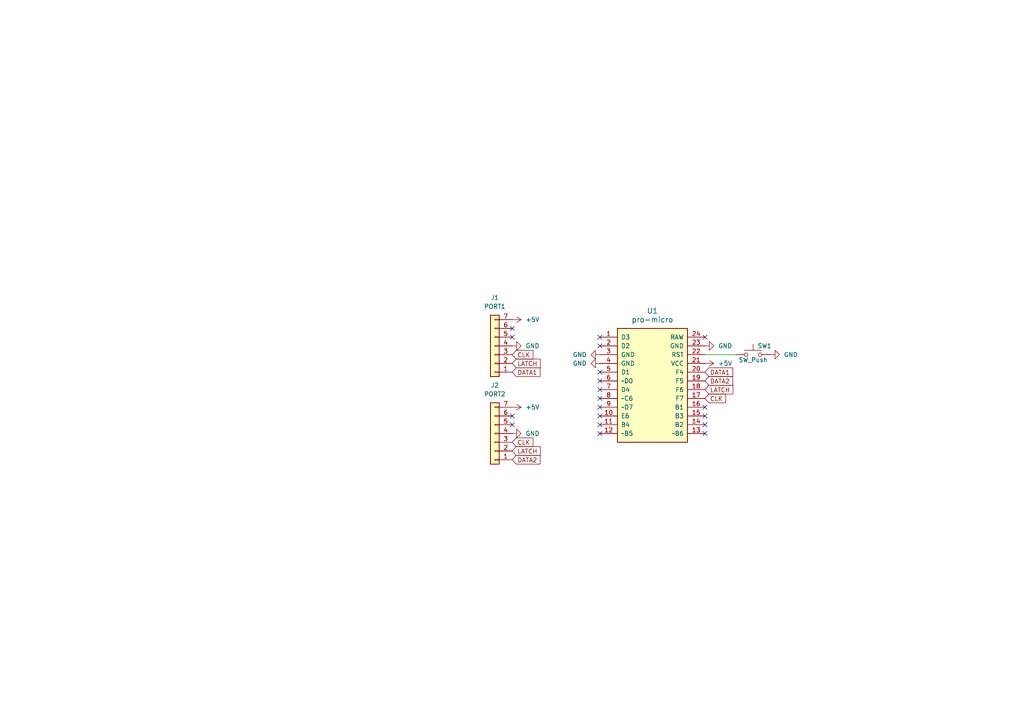
<source format=kicad_sch>
(kicad_sch (version 20231120) (generator "eeschema") (generator_version "8.0")
  (paper "A4")
  (lib_symbols
    (symbol "Connector_Generic:Conn_01x07" (pin_names (offset 1.016) hide)
      (property "Reference" "J" (at 0 10.16 0))
      (property "Value" "Conn_01x07" (at 0 -10.16 0))
      (symbol "Conn_01x07_1_1"
        (rectangle (start -1.27 -7.493) (end 0 -7.747) (stroke (width 0.1524)))
        (rectangle (start -1.27 -4.953) (end 0 -5.207) (stroke (width 0.1524)))
        (rectangle (start -1.27 -2.413) (end 0 -2.667) (stroke (width 0.1524)))
        (rectangle (start -1.27 0.127) (end 0 -0.127) (stroke (width 0.1524)))
        (rectangle (start -1.27 2.667) (end 0 2.413) (stroke (width 0.1524)))
        (rectangle (start -1.27 5.207) (end 0 4.953) (stroke (width 0.1524)))
        (rectangle (start -1.27 7.747) (end 0 7.493) (stroke (width 0.1524)))
        (rectangle (start -1.27 8.89) (end 1.27 -8.89) (stroke (width 0.254)) (fill (type background)))
        (pin passive line (at -5.08 7.62 0) (length 3.81) (name "Pin_1") (number "1"))
        (pin passive line (at -5.08 5.08 0) (length 3.81) (name "Pin_2") (number "2"))
        (pin passive line (at -5.08 2.54 0) (length 3.81) (name "Pin_3") (number "3"))
        (pin passive line (at -5.08 0 0) (length 3.81) (name "Pin_4") (number "4"))
        (pin passive line (at -5.08 -2.54 0) (length 3.81) (name "Pin_5") (number "5"))
        (pin passive line (at -5.08 -5.08 0) (length 3.81) (name "Pin_6") (number "6"))
        (pin passive line (at -5.08 -7.62 0) (length 3.81) (name "Pin_7") (number "7"))
      )
    )
    (symbol "jamma-streamer-rescue:SW_Push" (pin_numbers hide) (pin_names (offset 1.016) hide)
      (property "Reference" "SW" (at 1.27 2.54 0))
      (property "Value" "SW_Push" (at 0 -1.524 0))
      (symbol "SW_Push_0_1"
        (circle (center -2.032 0) (radius 0.508))
        (polyline (pts (xy 0 1.27) (xy 0 3.048)))
        (polyline (pts (xy 2.54 1.27) (xy -2.54 1.27)))
        (circle (center 2.032 0) (radius 0.508))
        (pin passive line (at -5.08 0 0) (length 2.54) (name "1") (number "1"))
        (pin passive line (at 5.08 0 180) (length 2.54) (name "2") (number "2"))
      )
    )
    (symbol "power:+5V" (power) (pin_numbers hide) (pin_names (offset 0) hide)
      (property "Value" "+5V" (at 0 3.556 0))
      (symbol "+5V_0_1"
        (polyline (pts (xy -0.762 1.27) (xy 0 2.54)))
        (polyline (pts (xy 0 0) (xy 0 2.54)))
        (polyline (pts (xy 0 2.54) (xy 0.762 1.27)))
      )
      (symbol "+5V_1_1"
        (pin power_in line (at 0 0 90) (length 0) (name "~") (number "1"))
      )
    )
    (symbol "power:GND" (power) (pin_numbers hide) (pin_names (offset 0) hide)
      (property "Value" "GND" (at 0 -3.81 0))
      (symbol "GND_0_1"
        (polyline (pts (xy 0 0) (xy 0 -1.27) (xy 1.27 -1.27) (xy 0 -2.54) (xy -1.27 -1.27) (xy 0 -1.27)))
      )
      (symbol "GND_1_1"
        (pin power_in line (at 0 0 270) (length 0) (name "~") (number "1"))
      )
    )
    (symbol "pro-micro:pro-micro" (pin_names (offset 1.016))
      (property "Reference" "U" (at -0.508 21.082 0))
      (property "Value" "pro-micro" (at 0 19.05 0))
      (symbol "pro-micro_0_1"
        (rectangle (start -10.16 17.78) (end 10.16 -15.24) (stroke (width 0.254)) (fill (type background)))
      )
      (symbol "pro-micro_1_1"
        (pin bidirectional line (at -15.24 15.24 0) (length 5.08) (name "D3") (number "1"))
        (pin bidirectional line (at -15.24 -7.62 0) (length 5.08) (name "E6") (number "10"))
        (pin bidirectional line (at -15.24 -10.16 0) (length 5.08) (name "B4") (number "11"))
        (pin bidirectional line (at -15.24 -12.7 0) (length 5.08) (name "~B5") (number "12"))
        (pin bidirectional line (at 15.24 -12.7 180) (length 5.08) (name "~B6") (number "13"))
        (pin bidirectional line (at 15.24 -10.16 180) (length 5.08) (name "B2") (number "14"))
        (pin bidirectional line (at 15.24 -7.62 180) (length 5.08) (name "B3") (number "15"))
        (pin bidirectional line (at 15.24 -5.08 180) (length 5.08) (name "B1") (number "16"))
        (pin bidirectional line (at 15.24 -2.54 180) (length 5.08) (name "F7") (number "17"))
        (pin bidirectional line (at 15.24 0 180) (length 5.08) (name "F6") (number "18"))
        (pin bidirectional line (at 15.24 2.54 180) (length 5.08) (name "F5") (number "19"))
        (pin bidirectional line (at -15.24 12.7 0) (length 5.08) (name "D2") (number "2"))
        (pin bidirectional line (at 15.24 5.08 180) (length 5.08) (name "F4") (number "20"))
        (pin power_in line (at 15.24 7.62 180) (length 5.08) (name "VCC") (number "21"))
        (pin input line (at 15.24 10.16 180) (length 5.08) (name "RST") (number "22"))
        (pin power_in line (at 15.24 12.7 180) (length 5.08) (name "GND") (number "23"))
        (pin power_in line (at 15.24 15.24 180) (length 5.08) (name "RAW") (number "24"))
        (pin power_in line (at -15.24 10.16 0) (length 5.08) (name "GND") (number "3"))
        (pin power_in line (at -15.24 7.62 0) (length 5.08) (name "GND") (number "4"))
        (pin bidirectional line (at -15.24 5.08 0) (length 5.08) (name "D1") (number "5"))
        (pin bidirectional line (at -15.24 2.54 0) (length 5.08) (name "~D0") (number "6"))
        (pin bidirectional line (at -15.24 0 0) (length 5.08) (name "D4") (number "7"))
        (pin bidirectional line (at -15.24 -2.54 0) (length 5.08) (name "~C6") (number "8"))
        (pin bidirectional line (at -15.24 -5.08 0) (length 5.08) (name "~D7") (number "9"))
      )
    )
  )
  (no_connect (at 173.99 100.33))
  (no_connect (at 173.99 107.95))
  (no_connect (at 173.99 97.79))
  (no_connect (at 173.99 113.03))
  (no_connect (at 173.99 115.57))
  (no_connect (at 148.59 95.25))
  (no_connect (at 173.99 118.11))
  (no_connect (at 148.59 120.65))
  (no_connect (at 173.99 125.73))
  (no_connect (at 173.99 123.19))
  (no_connect (at 148.59 123.19))
  (no_connect (at 173.99 120.65))
  (no_connect (at 173.99 110.49))
  (no_connect (at 204.47 125.73))
  (no_connect (at 204.47 118.11))
  (no_connect (at 148.59 97.79))
  (no_connect (at 204.47 97.79))
  (no_connect (at 204.47 123.19))
  (no_connect (at 204.47 120.65))
  (wire (pts (xy 204.47 102.87) (xy 213.36 102.87)))
  (global_label "LATCH" (shape input) (at 204.47 113.03 0) (property "Intersheetrefs" "${INTERSHEET_REFS}" (effects (hide yes))))
  (global_label "CLK" (shape input) (at 148.59 102.87 0) (property "Intersheetrefs" "${INTERSHEET_REFS}" (effects (hide yes))))
  (global_label "DATA2" (shape input) (at 204.47 110.49 0) (property "Intersheetrefs" "${INTERSHEET_REFS}" (effects (hide yes))))
  (global_label "LATCH" (shape input) (at 148.59 105.41 0) (property "Intersheetrefs" "${INTERSHEET_REFS}" (effects (hide yes))))
  (global_label "LATCH" (shape input) (at 148.59 130.81 0) (property "Intersheetrefs" "${INTERSHEET_REFS}" (effects (hide yes))))
  (global_label "CLK" (shape input) (at 148.59 128.27 0) (property "Intersheetrefs" "${INTERSHEET_REFS}" (effects (hide yes))))
  (global_label "DATA1" (shape input) (at 148.59 107.95 0) (property "Intersheetrefs" "${INTERSHEET_REFS}" (effects (hide yes))))
  (global_label "CLK" (shape input) (at 204.47 115.57 0) (property "Intersheetrefs" "${INTERSHEET_REFS}" (effects (hide yes))))
  (global_label "DATA2" (shape input) (at 148.59 133.35 0) (property "Intersheetrefs" "${INTERSHEET_REFS}" (effects (hide yes))))
  (global_label "DATA1" (shape input) (at 204.47 107.95 0) (property "Intersheetrefs" "${INTERSHEET_REFS}" (effects (hide yes))))
  (symbol (lib_id "power:GND") (at 223.52 102.87 90) (unit 1)
    (property "Reference" "#PWR09" (effects (hide yes)))
    (property "Value" "GND" (at 227.33 102.8699 90) (effects (justify right)))
    (property "Description" "Power symbol creates a global label with name \"GND\" , ground" (effects (hide yes)))
  )
  (symbol (lib_id "power:+5V") (at 148.59 92.71 270) (unit 1)
    (property "Reference" "#PWR02" (effects (hide yes)))
    (property "Value" "+5V" (at 152.4 92.7099 90) (effects (justify left)))
    (property "Description" "Power symbol creates a global label with name \"+5V\"" (effects (hide yes)))
  )
  (symbol (lib_id "power:GND") (at 173.99 105.41 270) (unit 1)
    (property "Reference" "#PWR07" (effects (hide yes)))
    (property "Value" "GND" (at 170.18 105.4099 90) (effects (justify right)))
    (property "Description" "Power symbol creates a global label with name \"GND\" , ground" (effects (hide yes)))
  )
  (symbol (lib_id "power:+5V") (at 148.59 118.11 270) (unit 1)
    (property "Reference" "#PWR03" (effects (hide yes)))
    (property "Value" "+5V" (at 152.4 118.1099 90) (effects (justify left)))
    (property "Description" "Power symbol creates a global label with name \"+5V\"" (effects (hide yes)))
  )
  (symbol (lib_id "power:+5V") (at 204.47 105.41 270) (unit 1)
    (property "Reference" "#PWR08" (effects (hide yes)))
    (property "Value" "+5V" (at 208.28 105.4099 90) (effects (justify left)))
    (property "Description" "Power symbol creates a global label with name \"+5V\"" (effects (hide yes)))
  )
  (symbol (lib_id "power:GND") (at 204.47 100.33 90) (unit 1)
    (property "Reference" "#PWR05" (effects (hide yes)))
    (property "Value" "GND" (at 208.28 100.3299 90) (effects (justify right)))
    (property "Description" "Power symbol creates a global label with name \"GND\" , ground" (effects (hide yes)))
  )
  (symbol (lib_id "power:GND") (at 173.99 102.87 270) (unit 1)
    (property "Reference" "#PWR06" (effects (hide yes)))
    (property "Value" "GND" (at 170.18 102.8699 90) (effects (justify right)))
    (property "Description" "Power symbol creates a global label with name \"GND\" , ground" (effects (hide yes)))
  )
  (symbol (lib_id "jamma-streamer-rescue:SW_Push") (at 218.44 102.87 0) (unit 1)
    (property "Reference" "SW1" (at 219.71 100.33 0) (effects (justify left)))
    (property "Value" "SW_Push" (at 218.44 104.394 0))
    (property "Footprint" "Button_Switch_THT:SW_PUSH_6mm" (effects (hide yes)))
  )
  (symbol (lib_id "power:GND") (at 148.59 125.73 90) (unit 1)
    (property "Reference" "#PWR04" (effects (hide yes)))
    (property "Value" "GND" (at 152.4 125.7299 90) (effects (justify right)))
    (property "Description" "Power symbol creates a global label with name \"GND\" , ground" (effects (hide yes)))
  )
  (symbol (lib_id "Connector_Generic:Conn_01x07") (at 143.51 125.73 180) (unit 1)
    (property "Reference" "J2" (at 143.51 111.76 0))
    (property "Value" "PORT2" (at 143.51 114.3 0))
    (property "Footprint" "niusb-nes:nes-controller-port" (effects (hide yes)))
    (property "Description" "Generic connector, single row, 01x07, script generated (kicad-library-utils/schlib/autogen/connector/)" (effects (hide yes)))
  )
  (symbol (lib_id "power:GND") (at 148.59 100.33 90) (unit 1)
    (property "Reference" "#PWR01" (effects (hide yes)))
    (property "Value" "GND" (at 152.4 100.3299 90) (effects (justify right)))
    (property "Description" "Power symbol creates a global label with name \"GND\" , ground" (effects (hide yes)))
  )
  (symbol (lib_id "Connector_Generic:Conn_01x07") (at 143.51 100.33 180) (unit 1)
    (property "Reference" "J1" (at 143.51 86.36 0))
    (property "Value" "PORT1" (at 143.51 88.9 0))
    (property "Footprint" "niusb-nes:nes-controller-port" (effects (hide yes)))
    (property "Description" "Generic connector, single row, 01x07, script generated (kicad-library-utils/schlib/autogen/connector/)" (effects (hide yes)))
  )
  (symbol (lib_id "pro-micro:pro-micro") (at 189.23 113.03 0) (unit 1)
    (property "Reference" "U1" (at 189.23 90.17 0) (effects (font (size 1.524 1.524))))
    (property "Value" "pro-micro" (at 189.23 92.71 0) (effects (font (size 1.524 1.524))))
    (property "Footprint" "pro-micro:pro-micro" (effects (hide yes)))
  )
)
</source>
